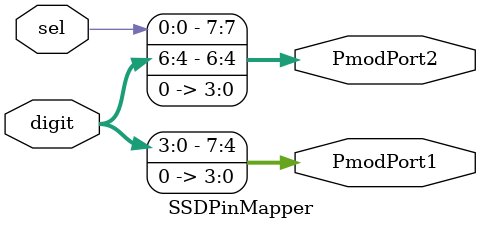
<source format=v>
`timescale 1ns / 1ps

module SSDPinMapper(
    input sel,        // Display select 0 = LSB, 1 = MSB
    input [6:0] digit,  // 7-segment display data input
    
    output reg [7:0] PmodPort1, // Output port 1 (equivalent to ja or jc)
    output reg [7:0] PmodPort2  // Output port 2 (equivalent to jb or jd)
);
    // Always block to handle mapping logic
    always @* begin
        // Clear outputs
        PmodPort1 <= 0;
        PmodPort2 <= 0;
        // Map digit to PmodPort1 and PmodPort2
        // Pmod_JA, Pmod_JC
        PmodPort1[4] <= digit[0]; 
        PmodPort1[5] <= digit[1];
        PmodPort1[6] <= digit[2];
        PmodPort1[7] <= digit[3];
        // Pmod_JB, Pmod_JD
        PmodPort2[4] <= digit[4];
        PmodPort2[5] <= digit[5];
        PmodPort2[6] <= digit[6];
        PmodPort2[7] <= sel;
    end
endmodule


</source>
